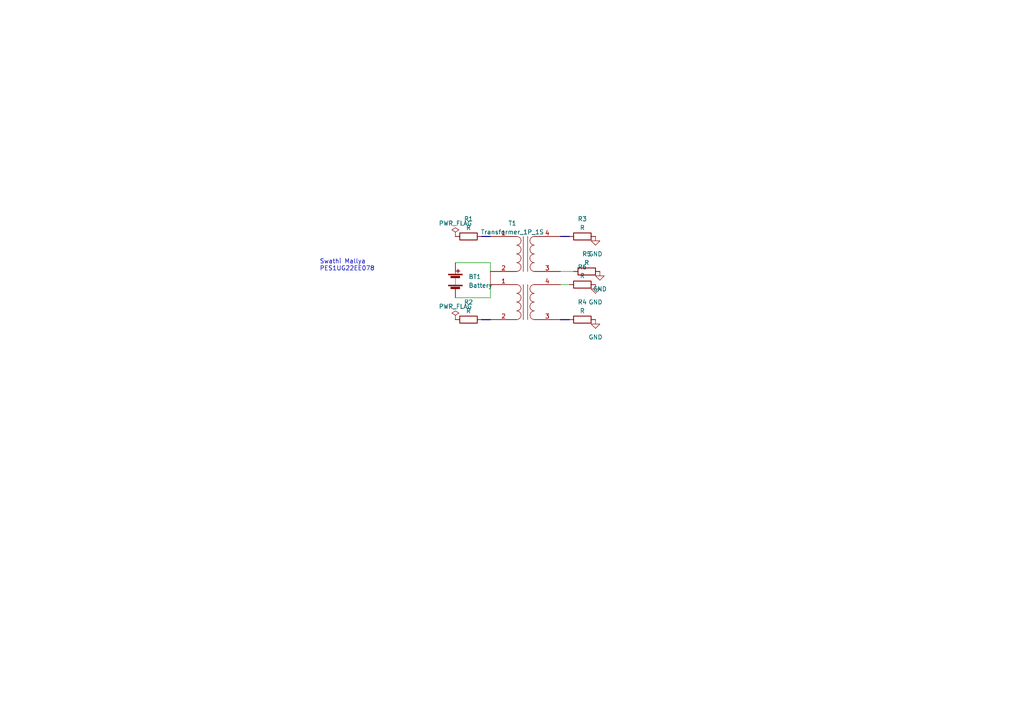
<source format=kicad_sch>
(kicad_sch (version 20230121) (generator eeschema)
  (paper "A4")
  (lib_symbols
    (symbol "Device:Battery" (pin_numbers hide) (pin_names (offset 0) hide)
      (property "Reference" "BT" (at 2.54 2.54 0))
      (property "Value" "Battery" (at 2.54 0 0))
      (symbol "Battery_0_1"
        (rectangle (start -2.032 -1.397) (end 2.032 -1.651) (fill (type outline)))
        (rectangle (start -2.032 1.778) (end 2.032 1.524) (fill (type outline)))
        (rectangle (start -1.3208 -1.9812) (end 1.27 -2.4892) (fill (type outline)))
        (rectangle (start -1.3208 1.1938) (end 1.27 0.6858) (fill (type outline)))
        (polyline (pts (xy 0 -1.524) (xy 0 -1.27)))
        (polyline (pts (xy 0 -1.016) (xy 0 -0.762)))
        (polyline (pts (xy 0 -0.508) (xy 0 -0.254)))
        (polyline (pts (xy 0 0) (xy 0 0.254)))
        (polyline (pts (xy 0 0.508) (xy 0 0.762)))
        (polyline (pts (xy 0 1.778) (xy 0 2.54)))
        (polyline (pts (xy 0.254 2.667) (xy 1.27 2.667)) (stroke (width 0.254)))
        (polyline (pts (xy 0.762 3.175) (xy 0.762 2.159)) (stroke (width 0.254)))
      )
      (symbol "Battery_1_1"
        (pin passive line (at 0 5.08 270) (length 2.54) (name "+") (number "1"))
        (pin passive line (at 0 -5.08 90) (length 2.54) (name "-") (number "2"))
      )
    )
    (symbol "Device:R" (pin_numbers hide) (pin_names (offset 0))
      (property "Reference" "R" (at 2.032 0 90))
      (property "Value" "R" (at 0 0 90))
      (symbol "R_0_1"
        (rectangle (start -1.016 -2.54) (end 1.016 2.54) (stroke (width 0.254)))
      )
      (symbol "R_1_1"
        (pin passive line (at 0 3.81 270) (length 1.27) (name "~") (number "1"))
        (pin passive line (at 0 -3.81 90) (length 1.27) (name "~") (number "2"))
      )
    )
    (symbol "Device:Transformer_1P_1S" (pin_names (offset 1.016) hide)
      (property "Reference" "T" (at 0 6.35 0))
      (property "Value" "Transformer_1P_1S" (at 0 -7.62 0))
      (symbol "Transformer_1P_1S_0_1"
        (arc (start -2.54 -5.0546) (mid -1.6599 -4.6901) (end -1.27 -3.81))
        (arc (start -2.54 -2.5146) (mid -1.6599 -2.1501) (end -1.27 -1.27))
        (arc (start -2.54 0.0254) (mid -1.6599 0.3899) (end -1.27 1.27))
        (arc (start -2.54 2.5654) (mid -1.6599 2.9299) (end -1.27 3.81))
        (arc (start -2.54 8.9154) (mid -1.6561 9.2837) (end -1.27 10.16))
        (arc (start -2.54 11.4554) (mid -1.6561 11.8237) (end -1.27 12.7))
        (arc (start -2.54 13.9954) (mid -1.6561 14.3637) (end -1.27 15.24))
        (arc (start -2.54 16.5354) (mid -1.6561 16.9037) (end -1.27 17.78))
        (arc (start -1.27 -3.81) (mid -1.642 -2.912) (end -2.54 -2.54))
        (arc (start -1.27 -1.27) (mid -1.642 -0.372) (end -2.54 0))
        (arc (start -1.27 1.27) (mid -1.642 2.168) (end -2.54 2.54))
        (arc (start -1.27 3.81) (mid -1.642 4.708) (end -2.54 5.08))
        (arc (start -1.27 10.16) (mid -1.642 11.058) (end -2.54 11.43))
        (arc (start -1.27 12.7) (mid -1.642 13.598) (end -2.54 13.97))
        (arc (start -1.27 15.24) (mid -1.642 16.138) (end -2.54 16.51))
        (arc (start -1.27 17.78) (mid -1.642 18.678) (end -2.54 19.05))
        (polyline (pts (xy -10.16 8.89) (xy -10.16 5.08)))
        (polyline (pts (xy -0.635 5.08) (xy -0.635 -5.08)))
        (polyline (pts (xy -0.635 19.05) (xy -0.635 8.89)))
        (polyline (pts (xy 0.635 -5.08) (xy 0.635 5.08)))
        (polyline (pts (xy 0.635 8.89) (xy 0.635 19.05)))
        (arc (start 1.2954 -1.27) (mid 1.6599 -2.1501) (end 2.54 -2.5146))
        (arc (start 1.2954 1.27) (mid 1.6599 0.3899) (end 2.54 0.0254))
        (arc (start 1.2954 3.81) (mid 1.6599 2.9299) (end 2.54 2.5654))
        (arc (start 1.2954 12.7) (mid 1.6599 11.8199) (end 2.54 11.4554))
        (arc (start 1.2954 15.24) (mid 1.6599 14.3599) (end 2.54 13.9954))
        (arc (start 1.2954 17.78) (mid 1.6599 16.8999) (end 2.54 16.5354))
        (arc (start 1.3208 -3.81) (mid 1.6853 -4.6901) (end 2.5654 -5.0546))
        (arc (start 1.3208 10.16) (mid 1.6854 9.2801) (end 2.5654 8.9154))
        (arc (start 2.54 0) (mid 1.642 -0.372) (end 1.2954 -1.27))
        (arc (start 2.54 2.54) (mid 1.642 2.168) (end 1.2954 1.27))
        (arc (start 2.54 5.08) (mid 1.642 4.708) (end 1.2954 3.81))
        (arc (start 2.54 13.97) (mid 1.6458 13.6015) (end 1.2954 12.7))
        (arc (start 2.54 16.51) (mid 1.6458 16.1415) (end 1.2954 15.24))
        (arc (start 2.54 19.05) (mid 1.6458 18.6815) (end 1.2954 17.78))
        (arc (start 2.5654 -2.54) (mid 1.6674 -2.912) (end 1.3208 -3.81))
        (arc (start 2.5654 11.43) (mid 1.6709 11.0617) (end 1.3208 10.16))
      )
      (symbol "Transformer_1P_1S_1_1"
        (pin passive line (at -10.16 5.08 0) (length 7.62) (name "AA") (number "1"))
        (pin passive line (at -10.16 19.05 0) (length 7.62) (name "AA") (number "1"))
        (pin passive line (at -10.16 -5.08 0) (length 7.62) (name "AB") (number "2"))
        (pin passive line (at -10.16 8.89 0) (length 7.62) (name "AB") (number "2"))
        (pin passive line (at 10.16 -5.08 180) (length 7.62) (name "SA") (number "3"))
        (pin passive line (at 10.16 8.89 180) (length 7.62) (name "SA") (number "3"))
        (pin passive line (at 10.16 5.08 180) (length 7.62) (name "SB") (number "4"))
        (pin passive line (at 10.16 19.05 180) (length 7.62) (name "SB") (number "4"))
      )
    )
    (symbol "power:GND" (power) (pin_names (offset 0))
      (property "Value" "GND" (at 0 -3.81 0))
      (symbol "GND_0_1"
        (polyline (pts (xy 0 0) (xy 0 -1.27) (xy 1.27 -1.27) (xy 0 -2.54) (xy -1.27 -1.27) (xy 0 -1.27)))
      )
      (symbol "GND_1_1"
        (pin power_in line (at 0 0 270) (length 0) hide (name "GND") (number "1"))
      )
    )
    (symbol "power:PWR_FLAG" (power) (pin_numbers hide) (pin_names (offset 0) hide)
      (property "Value" "PWR_FLAG" (at 0 3.81 0))
      (symbol "PWR_FLAG_0_0"
        (pin power_out line (at 0 0 90) (length 0) (name "pwr") (number "1"))
      )
      (symbol "PWR_FLAG_0_1"
        (polyline (pts (xy 0 0) (xy 0 1.27) (xy -1.016 1.905) (xy 0 2.54) (xy 1.016 1.905) (xy 0 1.27)))
      )
    )
  )
  (wire (pts (xy 132.08 86.36) (xy 142.24 86.36)))
  (wire (pts (xy 166.37 78.74) (xy 162.56 78.74)))
  (wire (pts (xy 142.24 76.2) (xy 142.24 78.74)))
  (wire (pts (xy 171.45 92.71) (xy 172.72 92.71)))
  (bus (pts (xy 139.7 68.58) (xy 142.24 68.58)))
  (bus (pts (xy 162.56 92.71) (xy 165.1 92.71)))
  (wire (pts (xy 132.08 76.2) (xy 142.24 76.2)))
  (wire (pts (xy 162.56 82.55) (xy 165.1 82.55)))
  (bus (pts (xy 139.7 92.71) (xy 142.24 92.71)))
  (bus (pts (xy 162.56 68.58) (xy 165.1 68.58)))
  (wire (pts (xy 142.24 86.36) (xy 142.24 82.55)))
  (text "Swathi Mallya\nPES1UG22EE078\n" (at 92.71 78.74 0) (effects (font (size 1.27 1.27)) (justify left bottom)))
  (symbol (lib_id "power:PWR_FLAG") (at 132.08 92.71 0) (unit 1)
    (property "Reference" "#FLG02" (effects hide))
    (property "Value" "PWR_FLAG" (at 132.08 88.9 0))
  )
  (symbol (lib_id "power:GND") (at 172.72 92.71 0) (unit 1)
    (property "Reference" "#PWR04" (effects hide))
    (property "Value" "GND" (at 172.72 97.79 0))
  )
  (symbol (lib_id "power:GND") (at 172.72 68.58 0) (unit 1)
    (property "Reference" "#PWR01" (effects hide))
    (property "Value" "GND" (at 172.72 73.66 0))
  )
  (symbol (lib_id "Device:R") (at 135.89 92.71 270) (unit 1)
    (property "Reference" "R2" (at 135.89 87.63 90))
    (property "Value" "R" (at 135.89 90.17 90))
    (property "Footprint" "Resistor_THT:R_Axial_DIN0516_L15.5mm_D5.0mm_P20.32mm_Horizontal" (effects hide))
  )
  (symbol (lib_id "Device:Battery") (at 132.08 81.28 0) (unit 1)
    (property "Reference" "BT1" (at 135.89 80.264 0) (effects (justify left)))
    (property "Value" "Battery" (at 135.89 82.804 0) (effects (justify left)))
  )
  (symbol (lib_id "Device:Transformer_1P_1S") (at 152.4 87.63 0) (unit 1)
    (property "Reference" "T1" (at 148.6027 64.77 0))
    (property "Value" "Transformer_1P_1S" (at 148.6027 67.31 0))
    (property "Footprint" "mv_transformer:mv transformer" (effects hide))
  )
  (symbol (lib_id "Device:R") (at 168.91 92.71 90) (unit 1)
    (property "Reference" "R4" (at 168.91 87.63 90))
    (property "Value" "R" (at 168.91 90.17 90))
    (property "Footprint" "Resistor_THT:R_Axial_DIN0516_L15.5mm_D5.0mm_P20.32mm_Horizontal" (effects hide))
  )
  (symbol (lib_id "power:GND") (at 173.99 78.74 0) (unit 1)
    (property "Reference" "#PWR02" (effects hide))
    (property "Value" "GND" (at 173.99 83.82 0))
  )
  (symbol (lib_id "Device:R") (at 168.91 68.58 90) (unit 1)
    (property "Reference" "R3" (at 168.91 63.5 90))
    (property "Value" "R" (at 168.91 66.04 90))
    (property "Footprint" "Resistor_THT:R_Axial_DIN0516_L15.5mm_D5.0mm_P20.32mm_Horizontal" (effects hide))
  )
  (symbol (lib_id "power:PWR_FLAG") (at 132.08 68.58 0) (unit 1)
    (property "Reference" "#FLG01" (effects hide))
    (property "Value" "PWR_FLAG" (at 132.08 64.77 0))
  )
  (symbol (lib_id "Device:R") (at 168.91 82.55 90) (unit 1)
    (property "Reference" "R6" (at 168.91 77.47 90))
    (property "Value" "R" (at 168.91 80.01 90))
    (property "Footprint" "Resistor_THT:R_Axial_DIN0516_L15.5mm_D5.0mm_P20.32mm_Horizontal" (effects hide))
  )
  (symbol (lib_id "Device:R") (at 135.89 68.58 270) (unit 1)
    (property "Reference" "R1" (at 135.89 63.5 90))
    (property "Value" "R" (at 135.89 66.04 90))
    (property "Footprint" "Resistor_THT:R_Axial_DIN0516_L15.5mm_D5.0mm_P20.32mm_Horizontal" (effects hide))
  )
  (symbol (lib_id "Device:R") (at 170.18 78.74 90) (unit 1)
    (property "Reference" "R5" (at 170.18 73.66 90))
    (property "Value" "R" (at 170.18 76.2 90))
    (property "Footprint" "Resistor_THT:R_Axial_DIN0516_L15.5mm_D5.0mm_P20.32mm_Horizontal" (effects hide))
  )
  (symbol (lib_id "power:GND") (at 172.72 82.55 0) (unit 1)
    (property "Reference" "#PWR03" (effects hide))
    (property "Value" "GND" (at 172.72 87.63 0))
  )
)
</source>
